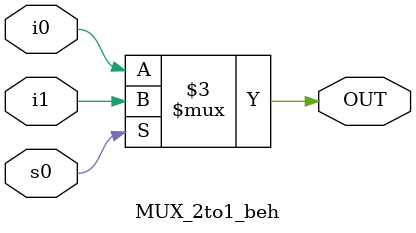
<source format=v>
module MUX_2to1_beh(OUT,i0,i1,s0); 
input i0, i1, s0;
output OUT; 
reg OUT; 
always@(s0 or i0 or i1)
begin
if(s0) 
OUT = i1;  
else
OUT = i0;
end
endmodule

</source>
